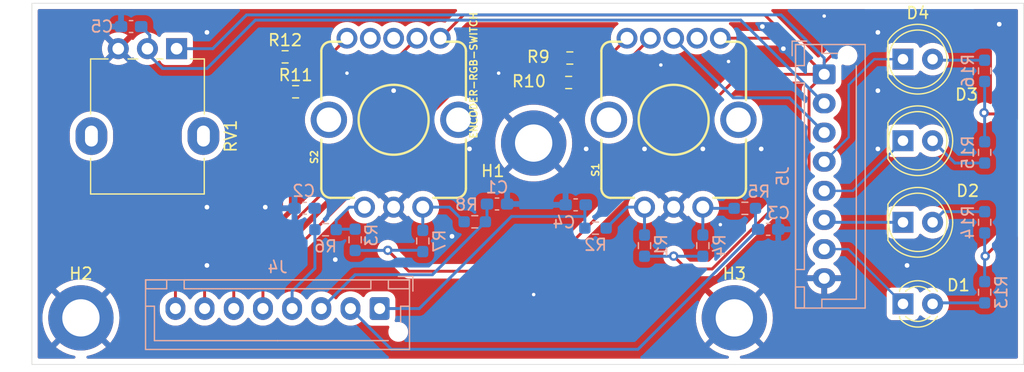
<source format=kicad_pcb>
(kicad_pcb (version 20240108) (generator "pcbnew") (generator_version "8.0")
  (layers (0 "F.Cu" signal) (31 "B.Cu" signal) (34 "B.Paste" user) (35 "F.Paste" user) (36 "B.SilkS" user "B.Silkscreen") (37 "F.SilkS" user "F.Silkscreen") (38 "B.Mask" user) (39 "F.Mask" user) (44 "Edge.Cuts" user))
  (net 0 "")
  (net 1 "GND")
  (net 2 "B Encodeur 2")
  (net 3 "A Encodeur 2")
  (net 4 "B Encodeur 1")
  (net 5 "A Encodeur 1")
  (net 6 "Potar_volume")
  (net 7 "Net-(D1-A)")
  (net 8 "band0")
  (net 9 "Net-(D2-A)")
  (net 10 "band1")
  (net 11 "band2")
  (net 12 "Net-(D3-A)")
  (net 13 "Net-(D4-A)")
  (net 14 "band3")
  (net 15 "TIM3_CH1")
  (net 16 "TIM3_CH2")
  (net 17 "TIM3_CH4")
  (net 18 "TIM3_CH3")
  (net 19 "+3.3V")
  (net 20 "EQ_BAND_BTN")
  (net 21 "Net-(R1-Pad2)")
  (net 22 "Net-(R3-Pad2)")
  (net 23 "Net-(R4-Pad2)")
  (net 24 "Net-(R7-Pad2)")
  (net 25 "Net-(R9-Pad1)")
  (net 26 "Net-(R10-Pad1)")
  (net 27 "Net-(R11-Pad2)")
  (net 28 "Net-(R12-Pad2)")
  (footprint "LED_THT:LED_D5.0mm" (layer "F.Cu") (at 214.6499 44.8)
    (property "Reference" "D4" (at 1.27 -3.96 0) (layer "F.SilkS"))
    (property "Value" "Red")
    (fp_line (start -1.29 -1.545) (end -1.29 1.545) (stroke (width 0.12)) (layer "F.SilkS"))
    (fp_arc (start -1.29 -1.54483) (mid 2.072002 -2.880433) (end 4.26 0.000462) (stroke (width 0.12)) (layer "F.SilkS"))
    (fp_arc (start 4.26 -0.000462) (mid 2.072002 2.880433) (end -1.29 1.54483) (stroke (width 0.12)) (layer "F.SilkS"))
    (fp_circle (center 1.27 0) (end 3.77 0) (stroke (width 0.12)) (fill none) (layer "F.SilkS"))
    (pad "1" thru_hole rect (at 0 0) (size 1.8 1.8) (drill 0.9) (layers "*.Cu" "*.Mask") (net 14 "band3"))
    (pad "2" thru_hole circle (at 2.54 0) (size 1.8 1.8) (drill 0.9) (layers "*.Cu" "*.Mask") (net 13 "Net-(D4-A)"))
  )
  (footprint "WITNS:ENCODER_LED_3" (layer "F.Cu") (at 195 50)
    (property "Reference" "S1" (at -6.7 4.3 90) (layer "F.SilkS") (effects (font (size 0.6096 0.6096) (thickness 0.127))))
    (property "Value" "ENCODER-RGB-SWITCH" (hide yes))
    (fp_line (start -6.1976 -1.69926) (end -6.1976 -5.8928) (stroke (width 0.2032)) (layer "F.SilkS"))
    (fp_line (start -6.1976 1.69926) (end -6.1976 5.8928) (stroke (width 0.2032)) (layer "F.SilkS"))
    (fp_line (start -5.39242 -6.69798) (end -3.8989 -6.69798) (stroke (width 0.2032)) (layer "F.SilkS"))
    (fp_line (start -5.39242 6.69798) (end -3.39852 6.69798) (stroke (width 0.2032)) (layer "F.SilkS"))
    (fp_line (start 5.39242 -6.69798) (end 3.8989 -6.69798) (stroke (width 0.2032)) (layer "F.SilkS"))
    (fp_line (start 5.39242 6.69798) (end 3.39852 6.69798) (stroke (width 0.2032)) (layer "F.SilkS"))
    (fp_line (start 6.1976 -1.69926) (end 6.1976 -5.8928) (stroke (width 0.2032)) (layer "F.SilkS"))
    (fp_line (start 6.1976 1.69926) (end 6.1976 5.8928) (stroke (width 0.2032)) (layer "F.SilkS"))
    (fp_arc (start -6.1976 -5.8928) (mid -5.961768 -6.462148) (end -5.39242 -6.69798) (stroke (width 0.2032)) (layer "F.SilkS"))
    (fp_arc (start -5.39242 6.69798) (mid -5.961768 6.462148) (end -6.1976 5.8928) (stroke (width 0.2032)) (layer "F.SilkS"))
    (fp_arc (start 5.39242 -6.69798) (mid 5.961755 -6.462141) (end 6.1976 -5.8928) (stroke (width 0.2032)) (layer "F.SilkS"))
    (fp_arc (start 6.1976 5.8928) (mid 5.961771 6.462151) (end 5.39242 6.69798) (stroke (width 0.2032)) (layer "F.SilkS"))
    (fp_circle (center 0 0) (end 0 -2.99974) (stroke (width 0.2032)) (fill none) (layer "F.SilkS"))
    (pad "1" thru_hole circle (at -3.99796 -6.9977) (size 1.778 1.778) (drill 1.09982) (layers "*.Cu" "*.Mask") (net 25 "Net-(R9-Pad1)"))
    (pad "2" thru_hole circle (at -1.99898 -6.9977) (size 1.778 1.778) (drill 1.09982) (layers "*.Cu" "*.Mask") (net 26 "Net-(R10-Pad1)"))
    (pad "3" thru_hole circle (at 0 -6.9977) (size 1.778 1.778) (drill 1.09982) (layers "*.Cu" "*.Mask") (net 20 "EQ_BAND_BTN"))
    (pad "4" thru_hole circle (at 1.99898 -6.9977) (size 1.778 1.778) (drill 1.09982) (layers "*.Cu" "*.Mask"))
    (pad "5" thru_hole circle (at 3.99796 -6.9977) (size 1.778 1.778) (drill 1.09982) (layers "*.Cu" "*.Mask") (net 19 "+3.3V"))
    (pad "A" thru_hole circle (at -2.49936 7.49808) (size 1.79832 1.79832) (drill 1.09982) (layers "*.Cu" "*.Mask") (net 21 "Net-(R1-Pad2)"))
    (pad "B" thru_hole circle (at 2.49936 7.49808) (size 1.79832 1.79832) (drill 1.09982) (layers "*.Cu" "*.Mask") (net 23 "Net-(R4-Pad2)"))
    (pad "C" thru_hole circle (at 0 7.49808) (size 1.79832 1.79832) (drill 1.09982) (layers "*.Cu" "*.Mask") (net 1 "GND"))
    (pad "M1" thru_hole circle (at -5.5499 0) (size 3.11404 3.11404) (drill 2.09804) (layers "*.Cu" "*.Mask"))
    (pad "M2" thru_hole circle (at 5.5499 0) (size 3.11404 3.11404) (drill 2.09804) (layers "*.Cu" "*.Mask"))
  )
  (footprint "MountingHole:MountingHole_3.2mm_M3_DIN965_Pad" (layer "F.Cu") (at 144.2 67)
    (property "Reference" "H2" (at 0 -3.8 0) (layer "F.SilkS"))
    (property "Value" "MountingHole_Pad")
    (pad "1" thru_hole circle (at 0 0) (size 5.6 5.6) (drill 3.2) (layers "*.Cu" "*.Mask") (net 1 "GND"))
  )
  (footprint "WITNS:ENCODER_LED_3" (layer "F.Cu") (at 171 50)
    (property "Reference" "S2" (at -6.8 3.2 90) (layer "F.SilkS") (effects (font (size 0.6096 0.6096) (thickness 0.127))))
    (property "Value" "ENCODER-RGB-SWITCH" (at 6.858 -3.81 90) (layer "F.SilkS") (effects (font (size 0.6096 0.6096) (thickness 0.127))))
    (fp_line (start -6.1976 -1.69926) (end -6.1976 -5.8928) (stroke (width 0.2032)) (layer "F.SilkS"))
    (fp_line (start -6.1976 1.69926) (end -6.1976 5.8928) (stroke (width 0.2032)) (layer "F.SilkS"))
    (fp_line (start -5.39242 -6.69798) (end -3.8989 -6.69798) (stroke (width 0.2032)) (layer "F.SilkS"))
    (fp_line (start -5.39242 6.69798) (end -3.39852 6.69798) (stroke (width 0.2032)) (layer "F.SilkS"))
    (fp_line (start 5.39242 -6.69798) (end 3.8989 -6.69798) (stroke (width 0.2032)) (layer "F.SilkS"))
    (fp_line (start 5.39242 6.69798) (end 3.39852 6.69798) (stroke (width 0.2032)) (layer "F.SilkS"))
    (fp_line (start 6.1976 -1.69926) (end 6.1976 -5.8928) (stroke (width 0.2032)) (layer "F.SilkS"))
    (fp_line (start 6.1976 1.69926) (end 6.1976 5.8928) (stroke (width 0.2032)) (layer "F.SilkS"))
    (fp_arc (start -6.1976 -5.8928) (mid -5.961768 -6.462148) (end -5.39242 -6.69798) (stroke (width 0.2032)) (layer "F.SilkS"))
    (fp_arc (start -5.39242 6.69798) (mid -5.961768 6.462148) (end -6.1976 5.8928) (stroke (width 0.2032)) (layer "F.SilkS"))
    (fp_arc (start 5.39242 -6.69798) (mid 5.961755 -6.462141) (end 6.1976 -5.8928) (stroke (width 0.2032)) (layer "F.SilkS"))
    (fp_arc (start 6.1976 5.8928) (mid 5.961771 6.462151) (end 5.39242 6.69798) (stroke (width 0.2032)) (layer "F.SilkS"))
    (fp_circle (center 0 0) (end 0 -2.99974) (stroke (width 0.2032)) (fill none) (layer "F.SilkS"))
    (pad "1" thru_hole circle (at -3.99796 -6.9977) (size 1.778 1.778) (drill 1.09982) (layers "*.Cu" "*.Mask") (net 28 "Net-(R12-Pad2)"))
    (pad "2" thru_hole circle (at -1.99898 -6.9977) (size 1.778 1.778) (drill 1.09982) (layers "*.Cu" "*.Mask"))
    (pad "3" thru_hole circle (at 0 -6.9977) (size 1.778 1.778) (drill 1.09982) (layers "*.Cu" "*.Mask"))
    (pad "4" thru_hole circle (at 1.99898 -6.9977) (size 1.778 1.778) (drill 1.09982) (layers "*.Cu" "*.Mask") (net 27 "Net-(R11-Pad2)"))
    (pad "5" thru_hole circle (at 3.99796 -6.9977) (size 1.778 1.778) (drill 1.09982) (layers "*.Cu" "*.Mask") (net 19 "+3.3V"))
    (pad "A" thru_hole circle (at -2.49936 7.49808) (size 1.79832 1.79832) (drill 1.09982) (layers "*.Cu" "*.Mask") (net 22 "Net-(R3-Pad2)"))
    (pad "B" thru_hole circle (at 2.49936 7.49808) (size 1.79832 1.79832) (drill 1.09982) (layers "*.Cu" "*.Mask") (net 24 "Net-(R7-Pad2)"))
    (pad "C" thru_hole circle (at 0 7.49808) (size 1.79832 1.79832) (drill 1.09982) (layers "*.Cu" "*.Mask") (net 1 "GND"))
    (pad "M1" thru_hole circle (at -5.5499 0) (size 3.11404 3.11404) (drill 2.09804) (layers "*.Cu" "*.Mask"))
    (pad "M2" thru_hole circle (at 5.5499 0) (size 3.11404 3.11404) (drill 2.09804) (layers "*.Cu" "*.Mask"))
  )
  (footprint "LED_THT:LED_D3.0mm" (layer "F.Cu") (at 214.6499 65.8)
    (property "Reference" "D1" (at 4.7501 -1.6 0) (layer "F.SilkS"))
    (property "Value" "Green")
    (fp_line (start -0.29 -1.236) (end -0.29 -1.08) (stroke (width 0.12)) (layer "F.SilkS"))
    (fp_line (start -0.29 1.08) (end -0.29 1.236) (stroke (width 0.12)) (layer "F.SilkS"))
    (fp_arc (start -0.29 -1.235516) (mid 1.366487 -1.987659) (end 2.942335 -1.078608) (stroke (width 0.12)) (layer "F.SilkS"))
    (fp_arc (start 0.229039 -1.08) (mid 1.270117 -1.5) (end 2.31113 -1.079837) (stroke (width 0.12)) (layer "F.SilkS"))
    (fp_arc (start 2.31113 1.079837) (mid 1.270117 1.5) (end 0.229039 1.08) (stroke (width 0.12)) (layer "F.SilkS"))
    (fp_arc (start 2.942335 1.078608) (mid 1.366487 1.987659) (end -0.29 1.235516) (stroke (width 0.12)) (layer "F.SilkS"))
    (pad "1" thru_hole rect (at 0 0) (size 1.8 1.8) (drill 0.9) (layers "*.Cu" "*.Mask") (net 8 "band0"))
    (pad "2" thru_hole circle (at 2.54 0) (size 1.8 1.8) (drill 0.9) (layers "*.Cu" "*.Mask") (net 7 "Net-(D1-A)"))
  )
  (footprint "LED_THT:LED_D5.0mm" (layer "F.Cu") (at 214.6499 58.8)
    (property "Reference" "D2" (at 5.5501 -2.7 0) (layer "F.SilkS"))
    (property "Value" "Yellow")
    (fp_line (start -1.29 -1.545) (end -1.29 1.545) (stroke (width 0.12)) (layer "F.SilkS"))
    (fp_arc (start -1.29 -1.54483) (mid 2.072002 -2.880433) (end 4.26 0.000462) (stroke (width 0.12)) (layer "F.SilkS"))
    (fp_arc (start 4.26 -0.000462) (mid 2.072002 2.880433) (end -1.29 1.54483) (stroke (width 0.12)) (layer "F.SilkS"))
    (fp_circle (center 1.27 0) (end 3.77 0) (stroke (width 0.12)) (fill none) (layer "F.SilkS"))
    (pad "1" thru_hole rect (at 0 0) (size 1.8 1.8) (drill 0.9) (layers "*.Cu" "*.Mask") (net 10 "band1"))
    (pad "2" thru_hole circle (at 2.54 0) (size 1.8 1.8) (drill 0.9) (layers "*.Cu" "*.Mask") (net 9 "Net-(D2-A)"))
  )
  (footprint "Resistor_SMD:R_0603_1608Metric_Pad0.98x0.95mm_HandSolder" (layer "F.Cu") (at 186.1 44.7 180)
    (property "Reference" "R9" (at 2.7 0.1 180) (layer "F.SilkS"))
    (property "Value" "160")
    (fp_line (start -0.254724 0.5225) (end 0.254724 0.5225) (stroke (width 0.12)) (layer "F.SilkS"))
    (fp_line (start -0.254724 -0.5225) (end 0.254724 -0.5225) (stroke (width 0.12)) (layer "F.SilkS"))
    (pad "1" smd roundrect (at -0.9125 0 180) (size 0.975 0.95) (layers "F.Cu" "F.Paste" "F.Mask") (net 25 "Net-(R9-Pad1)"))
    (pad "2" smd roundrect (at 0.9125 0 180) (size 0.975 0.95) (layers "F.Cu" "F.Paste" "F.Mask") (net 16 "TIM3_CH2"))
  )
  (footprint "LED_THT:LED_D5.0mm" (layer "F.Cu") (at 214.6499 51.8)
    (property "Reference" "D3" (at 5.4501 -3.96 0) (layer "F.SilkS"))
    (property "Value" "Orange")
    (fp_line (start -1.29 -1.545) (end -1.29 1.545) (stroke (width 0.12)) (layer "F.SilkS"))
    (fp_arc (start -1.29 -1.54483) (mid 2.072002 -2.880433) (end 4.26 0.000462) (stroke (width 0.12)) (layer "F.SilkS"))
    (fp_arc (start 4.26 -0.000462) (mid 2.072002 2.880433) (end -1.29 1.54483) (stroke (width 0.12)) (layer "F.SilkS"))
    (fp_circle (center 1.27 0) (end 3.77 0) (stroke (width 0.12)) (fill none) (layer "F.SilkS"))
    (pad "1" thru_hole rect (at 0 0) (size 1.8 1.8) (drill 0.9) (layers "*.Cu" "*.Mask") (net 11 "band2"))
    (pad "2" thru_hole circle (at 2.54 0) (size 1.8 1.8) (drill 0.9) (layers "*.Cu" "*.Mask") (net 12 "Net-(D3-A)"))
  )
  (footprint "WITNS:Potentiometer_Alpha_RD901F-40-00D_Single_Vertical" (layer "F.Cu") (at 149.9 51.4 -90)
    (property "Reference" "RV1" (at 0 -7.14 90) (layer "F.SilkS"))
    (property "Value" "B10K")
    (fp_line (start -6.62 4.87) (end -1.9 4.87) (stroke (width 0.12)) (layer "F.SilkS"))
    (fp_line (start -6.62 4.87) (end -6.62 3.38) (stroke (width 0.12)) (layer "F.SilkS"))
    (fp_line (start 1.91 4.87) (end 4.97 4.87) (stroke (width 0.12)) (layer "F.SilkS"))
    (fp_line (start 4.97 4.87) (end 4.97 -4.87) (stroke (width 0.12)) (layer "F.SilkS"))
    (fp_line (start -6.62 1.66) (end -6.62 0.83) (stroke (width 0.12)) (layer "F.SilkS"))
    (fp_line (start -6.62 -0.79) (end -6.62 -1.32) (stroke (width 0.12)) (layer "F.SilkS"))
    (fp_line (start -6.62 -3.69) (end -6.62 -4.87) (stroke (width 0.12)) (layer "F.SilkS"))
    (fp_line (start 1.91 -4.87) (end 4.97 -4.87) (stroke (width 0.12)) (layer "F.SilkS"))
    (fp_line (start -6.62 -4.88) (end -1.9 -4.88) (stroke (width 0.12)) (layer "F.SilkS"))
    (pad "" thru_hole oval (at 0 -4.8) (size 2.72 3.24) (drill oval 1.1 1.8) (layers "*.Cu" "*.Mask"))
    (pad "" thru_hole oval (at 0 4.8) (size 2.72 3.24) (drill oval 1.1 1.8) (layers "*.Cu" "*.Mask"))
    (pad "1" thru_hole rect (at -7.5 -2.5) (size 1.8 1.8) (drill 1) (layers "*.Cu" "*.Mask") (net 19 "+3.3V"))
    (pad "2" thru_hole circle (at -7.5 0) (size 1.8 1.8) (drill 1) (layers "*.Cu" "*.Mask") (net 6 "Potar_volume"))
    (pad "3" thru_hole circle (at -7.5 2.5) (size 1.8 1.8) (drill 1) (layers "*.Cu" "*.Mask") (net 1 "GND"))
  )
  (footprint "MountingHole:MountingHole_3.2mm_M3_DIN965_Pad" (layer "F.Cu") (at 200.2 67)
    (property "Reference" "H3" (at 0 -3.8 0) (layer "F.SilkS"))
    (property "Value" "MountingHole_Pad")
    (pad "1" thru_hole circle (at 0 0) (size 5.6 5.6) (drill 3.2) (layers "*.Cu" "*.Mask") (net 1 "GND"))
  )
  (footprint "Resistor_SMD:R_0603_1608Metric_Pad0.98x0.95mm_HandSolder" (layer "F.Cu") (at 162.6 47.6)
    (property "Reference" "R11" (at 0 -1.43 0) (layer "F.SilkS"))
    (property "Value" "120")
    (fp_line (start -0.254724 -0.5225) (end 0.254724 -0.5225) (stroke (width 0.12)) (layer "F.SilkS"))
    (fp_line (start -0.254724 0.5225) (end 0.254724 0.5225) (stroke (width 0.12)) (layer "F.SilkS"))
    (pad "1" smd roundrect (at -0.9125 0) (size 0.975 0.95) (layers "F.Cu" "F.Paste" "F.Mask") (net 18 "TIM3_CH3"))
    (pad "2" smd roundrect (at 0.9125 0) (size 0.975 0.95) (layers "F.Cu" "F.Paste" "F.Mask") (net 27 "Net-(R11-Pad2)"))
  )
  (footprint "MountingHole:MountingHole_3.2mm_M3_DIN965_Pad" (layer "F.Cu") (at 183 52)
    (property "Reference" "H1" (at -3.5 2.4 0) (layer "F.SilkS"))
    (property "Value" "MountingHole_Pad")
    (pad "1" thru_hole circle (at 0 0) (size 5.6 5.6) (drill 3.2) (layers "*.Cu" "*.Mask") (net 1 "GND"))
  )
  (footprint "Resistor_SMD:R_0603_1608Metric_Pad0.98x0.95mm_HandSolder" (layer "F.Cu") (at 186 46.8 180)
    (property "Reference" "R10" (at 3.4 0.1 180) (layer "F.SilkS"))
    (property "Value" "180")
    (fp_line (start -0.254724 0.5225) (end 0.254724 0.5225) (stroke (width 0.12)) (layer "F.SilkS"))
    (fp_line (start -0.254724 -0.5225) (end 0.254724 -0.5225) (stroke (width 0.12)) (layer "F.SilkS"))
    (pad "1" smd roundrect (at -0.9125 0 180) (size 0.975 0.95) (layers "F.Cu" "F.Paste" "F.Mask") (net 26 "Net-(R10-Pad1)"))
    (pad "2" smd roundrect (at 0.9125 0 180) (size 0.975 0.95) (layers "F.Cu" "F.Paste" "F.Mask") (net 15 "TIM3_CH1"))
  )
  (footprint "Resistor_SMD:R_0603_1608Metric_Pad0.98x0.95mm_HandSolder" (layer "F.Cu") (at 161.7 44.6)
    (property "Reference" "R12" (at 0 -1.43 0) (layer "F.SilkS"))
    (property "Value" "160")
    (fp_line (start -0.254724 -0.5225) (end 0.254724 -0.5225) (stroke (width 0.12)) (layer "F.SilkS"))
    (fp_line (start -0.254724 0.5225) (end 0.254724 0.5225) (stroke (width 0.12)) (layer "F.SilkS"))
    (pad "1" smd roundrect (at -0.9125 0) (size 0.975 0.95) (layers "F.Cu" "F.Paste" "F.Mask") (net 17 "TIM3_CH4"))
    (pad "2" smd roundrect (at 0.9125 0) (size 0.975 0.95) (layers "F.Cu" "F.Paste" "F.Mask") (net 28 "Net-(R12-Pad2)"))
  )
  (footprint "Capacitor_SMD:C_0603_1608Metric_Pad1.08x0.95mm_HandSolder" (layer "B.Cu") (at 179.8625 57.23 180)
    (property "Reference" "C1" (at 0 1.43 180) (layer "B.SilkS") (effects (justify mirror)))
    (property "Value" "10nF")
    (fp_line (start 0.146267 0.51) (end -0.146267 0.51) (stroke (width 0.12)) (layer "B.SilkS"))
    (fp_line (start 0.146267 -0.51) (end -0.146267 -0.51) (stroke (width 0.12)) (layer "B.SilkS"))
    (pad "1" smd roundrect (at -0.8625 0 180) (size 1.075 0.95) (layers "B.Cu" "B.Paste" "B.Mask") (net 1 "GND"))
    (pad "2" smd roundrect (at 0.8625 0 180) (size 1.075 0.95) (layers "B.Cu" "B.Paste" "B.Mask") (net 2 "B Encodeur 2"))
  )
  (footprint "Resistor_SMD:R_0603_1608Metric_Pad0.98x0.95mm_HandSolder" (layer "B.Cu") (at 167.7 60.3 90)
    (property "Reference" "R3" (at 0.4 1.4 -90) (layer "B.SilkS") (effects (justify mirror)))
    (property "Value" "10k")
    (fp_line (start 0.254724 -0.5225) (end -0.254724 -0.5225) (stroke (width 0.12)) (layer "B.SilkS"))
    (fp_line (start 0.254724 0.5225) (end -0.254724 0.5225) (stroke (width 0.12)) (layer "B.SilkS"))
    (pad "1" smd roundrect (at -0.9125 0 90) (size 0.975 0.95) (layers "B.Cu" "B.Paste" "B.Mask") (net 19 "+3.3V"))
    (pad "2" smd roundrect (at 0.9125 0 90) (size 0.975 0.95) (layers "B.Cu" "B.Paste" "B.Mask") (net 22 "Net-(R3-Pad2)"))
  )
  (footprint "Resistor_SMD:R_0603_1608Metric_Pad0.98x0.95mm_HandSolder" (layer "B.Cu") (at 165.1649 59.43473)
    (property "Reference" "R6" (at 0 1.43 0) (layer "B.SilkS") (effects (justify mirror)))
    (property "Value" "10k")
    (fp_line (start 0.254724 -0.5225) (end -0.254724 -0.5225) (stroke (width 0.12)) (layer "B.SilkS"))
    (fp_line (start 0.254724 0.5225) (end -0.254724 0.5225) (stroke (width 0.12)) (layer "B.SilkS"))
    (pad "1" smd roundrect (at -0.9125 0) (size 0.975 0.95) (layers "B.Cu" "B.Paste" "B.Mask") (net 3 "A Encodeur 2"))
    (pad "2" smd roundrect (at 0.9125 0) (size 0.975 0.95) (layers "B.Cu" "B.Paste" "B.Mask") (net 22 "Net-(R3-Pad2)"))
  )
  (footprint "Resistor_SMD:R_0603_1608Metric_Pad0.98x0.95mm_HandSolder" (layer "B.Cu") (at 201.1 57.6 180)
    (property "Reference" "R5" (at -1.2 1.43 180) (layer "B.SilkS") (effects (justify mirror)))
    (property "Value" "10k")
    (fp_line (start 0.254724 0.5225) (end -0.254724 0.5225) (stroke (width 0.12)) (layer "B.SilkS"))
    (fp_line (start 0.254724 -0.5225) (end -0.254724 -0.5225) (stroke (width 0.12)) (layer "B.SilkS"))
    (pad "1" smd roundrect (at -0.9125 0 180) (size 0.975 0.95) (layers "B.Cu" "B.Paste" "B.Mask") (net 4 "B Encodeur 1"))
    (pad "2" smd roundrect (at 0.9125 0 180) (size 0.975 0.95) (layers "B.Cu" "B.Paste" "B.Mask") (net 23 "Net-(R4-Pad2)"))
  )
  (footprint "Resistor_SMD:R_0603_1608Metric_Pad0.98x0.95mm_HandSolder" (layer "B.Cu") (at 221.6499 52.8 -90)
    (property "Reference" "R15" (at 0 1.43 90) (layer "B.SilkS") (effects (justify mirror)))
    (property "Value" "160")
    (fp_line (start 0.254724 0.5225) (end -0.254724 0.5225) (stroke (width 0.12)) (layer "B.SilkS"))
    (fp_line (start 0.254724 -0.5225) (end -0.254724 -0.5225) (stroke (width 0.12)) (layer "B.SilkS"))
    (pad "1" smd roundrect (at -0.9125 0 270) (size 0.975 0.95) (layers "B.Cu" "B.Paste" "B.Mask") (net 19 "+3.3V"))
    (pad "2" smd roundrect (at 0.9125 0 270) (size 0.975 0.95) (layers "B.Cu" "B.Paste" "B.Mask") (net 12 "Net-(D3-A)"))
  )
  (footprint "Resistor_SMD:R_0603_1608Metric_Pad0.98x0.95mm_HandSolder" (layer "B.Cu") (at 192.5 60.8 90)
    (property "Reference" "R1" (at 0 1.43 -90) (layer "B.SilkS") (effects (justify mirror)))
    (property "Value" "10k")
    (fp_line (start 0.254724 -0.5225) (end -0.254724 -0.5225) (stroke (width 0.12)) (layer "B.SilkS"))
    (fp_line (start 0.254724 0.5225) (end -0.254724 0.5225) (stroke (width 0.12)) (layer "B.SilkS"))
    (pad "1" smd roundrect (at -0.9125 0 90) (size 0.975 0.95) (layers "B.Cu" "B.Paste" "B.Mask") (net 19 "+3.3V"))
    (pad "2" smd roundrect (at 0.9125 0 90) (size 0.975 0.95) (layers "B.Cu" "B.Paste" "B.Mask") (net 21 "Net-(R1-Pad2)"))
  )
  (footprint "Capacitor_SMD:C_0603_1608Metric_Pad1.08x0.95mm_HandSolder" (layer "B.Cu") (at 163.3699 57.59473)
    (property "Reference" "C2" (at -0.0699 -1.49473 0) (layer "B.SilkS") (effects (justify mirror)))
    (property "Value" "10nF")
    (fp_line (start 0.146267 -0.51) (end -0.146267 -0.51) (stroke (width 0.12)) (layer "B.SilkS"))
    (fp_line (start 0.146267 0.51) (end -0.146267 0.51) (stroke (width 0.12)) (layer "B.SilkS"))
    (pad "1" smd roundrect (at -0.8625 0) (size 1.075 0.95) (layers "B.Cu" "B.Paste" "B.Mask") (net 1 "GND"))
    (pad "2" smd roundrect (at 0.8625 0) (size 1.075 0.95) (layers "B.Cu" "B.Paste" "B.Mask") (net 3 "A Encodeur 2"))
  )
  (footprint "Resistor_SMD:R_0603_1608Metric_Pad0.98x0.95mm_HandSolder" (layer "B.Cu") (at 177.955 58.755 180)
    (property "Reference" "R8" (at 0.7125 1.475 180) (layer "B.SilkS") (effects (justify mirror)))
    (property "Value" "10k")
    (fp_line (start 0.254724 0.5225) (end -0.254724 0.5225) (stroke (width 0.12)) (layer "B.SilkS"))
    (fp_line (start 0.254724 -0.5225) (end -0.254724 -0.5225) (stroke (width 0.12)) (layer "B.SilkS"))
    (pad "1" smd roundrect (at -0.9125 0 180) (size 0.975 0.95) (layers "B.Cu" "B.Paste" "B.Mask") (net 2 "B Encodeur 2"))
    (pad "2" smd roundrect (at 0.9125 0 180) (size 0.975 0.95) (layers "B.Cu" "B.Paste" "B.Mask") (net 24 "Net-(R7-Pad2)"))
  )
  (footprint "Resistor_SMD:R_0603_1608Metric_Pad0.98x0.95mm_HandSolder" (layer "B.Cu") (at 221.6499 45.8 -90)
    (property "Reference" "R16" (at 0 1.43 90) (layer "B.SilkS") (effects (justify mirror)))
    (property "Value" "160")
    (fp_line (start 0.254724 0.5225) (end -0.254724 0.5225) (stroke (width 0.12)) (layer "B.SilkS"))
    (fp_line (start 0.254724 -0.5225) (end -0.254724 -0.5225) (stroke (width 0.12)) (layer "B.SilkS"))
    (pad "1" smd roundrect (at -0.9125 0 270) (size 0.975 0.95) (layers "B.Cu" "B.Paste" "B.Mask") (net 13 "Net-(D4-A)"))
    (pad "2" smd roundrect (at 0.9125 0 270) (size 0.975 0.95) (layers "B.Cu" "B.Paste" "B.Mask") (net 19 "+3.3V"))
  )
  (footprint "Connector_JST:JST_XH_B8B-XH-AM_1x08_P2.50mm_Vertical" (layer "B.Cu") (at 169.8 66.2 180)
    (property "Reference" "J4" (at 8.75 3.55 180) (layer "B.SilkS") (effects (justify mirror)))
    (property "Value" "Conn_01x08")
    (fp_line (start 20.06 2.46) (end 20.06 -3.51) (stroke (width 0.12)) (layer "B.SilkS"))
    (fp_line (start 20.06 -3.51) (end -2.56 -3.51) (stroke (width 0.12)) (layer "B.SilkS"))
    (fp_line (start 20.05 2.45) (end 20.05 1.7) (stroke (width 0.12)) (layer "B.SilkS"))
    (fp_line (start 20.05 1.7) (end 18.25 1.7) (stroke (width 0.12)) (layer "B.SilkS"))
    (fp_line (start 19.3 0.2) (end 20.05 0.2) (stroke (width 0.12)) (layer "B.SilkS"))
    (fp_line (start 19.3 -2.75) (end 19.3 0.2) (stroke (width 0.12)) (layer "B.SilkS"))
    (fp_line (start 18.25 2.45) (end 20.05 2.45) (stroke (width 0.12)) (layer "B.SilkS"))
    (fp_line (start 18.25 1.7) (end 18.25 2.45) (stroke (width 0.12)) (layer "B.SilkS"))
    (fp_line (start 16.75 2.45) (end 16.75 1.7) (stroke (width 0.12)) (layer "B.SilkS"))
    (fp_line (start 16.75 1.7) (end 0.75 1.7) (stroke (width 0.12)) (layer "B.SilkS"))
    (fp_line (start 8.75 -2.75) (end 19.3 -2.75) (stroke (width 0.12)) (layer "B.SilkS"))
    (fp_line (start 0.75 2.45) (end 16.75 2.45) (stroke (width 0.12)) (layer "B.SilkS"))
    (fp_line (start 0.75 1.7) (end 0.75 2.45) (stroke (width 0.12)) (layer "B.SilkS"))
    (fp_line (start -0.74 -2.75) (end 8.75 -2.75) (stroke (width 0.12)) (layer "B.SilkS"))
    (fp_line (start -0.75 2.45) (end -0.75 1.7) (stroke (width 0.12)) (layer "B.SilkS"))
    (fp_line (start -0.75 1.7) (end -2.55 1.7) (stroke (width 0.12)) (layer "B.SilkS"))
    (fp_line (start -1.8 0.2) (end -2.55 0.2) (stroke (width 0.12)) (layer "B.SilkS"))
    (fp_line (start -1.8 -1.14) (end -1.8 0.2) (stroke (width 0.12)) (layer "B.SilkS"))
    (fp_line (start -2.55 2.45) (end -0.75 2.45) (stroke (width 0.12)) (layer "B.SilkS"))
    (fp_line (start -2.55 1.7) (end -2.55 2.45) (stroke (width 0.12)) (layer "B.SilkS"))
    (fp_line (start -2.56 2.46) (end 20.06 2.46) (stroke (width 0.12)) (layer "B.SilkS"))
    (fp_line (start -2.56 -3.51) (end -2.56 2.46) (stroke (width 0.12)) (layer "B.SilkS"))
    (fp_line (start -2.85 2.75) (end -1.6 2.75) (stroke (width 0.12)) (layer "B.SilkS"))
    (fp_line (start -2.85 1.5) (end -2.85 2.75) (stroke (width 0.12)) (layer "B.SilkS"))
    (pad "" np_thru_hole circle (at -1.6 -2 180) (size 1.2 1.2) (drill 1.2) (layers "*.Cu" "*.Mask"))
    (pad "1" thru_hole roundrect (at 0 0 180) (size 1.7 1.95) (drill 0.95) (layers "*.Cu" "*.Mask") (roundrect_rratio 0.147059) (net 5 "A Encodeur 1"))
    (pad "2" thru_hole oval (at 2.5 0 180) (size 1.7 1.95) (drill 0.95) (layers "*.Cu" "*.Mask") (net 4 "B Encodeur 1"))
    (pad "3" thru_hole oval (at 5 0 180) (size 1.7 1.95) (drill 0.95) (layers "*.Cu" "*.Mask") (net 2 "B Encodeur 2"))
    (pad "4" thru_hole oval (at 7.5 0 180) (size 1.7 1.95) (drill 0.95) (layers "*.Cu" "*.Mask") (net 3 "A Encodeur 2"))
    (pad "5" thru_hole oval (at 10 0 180) (size 1.7 1.95) (drill 0.95) (layers "*.Cu" "*.Mask") (net 15 "TIM3_CH1"))
    (pad "6" thru_hole oval (at 12.5 0 180) (size 1.7 1.95) (drill 0.95) (layers "*.Cu" "*.Mask") (net 16 "TIM3_CH2"))
    (pad "7" thru_hole oval (at 15 0 180) (size 1.7 1.95) (drill 0.95) (layers "*.Cu" "*.Mask") (net 18 "TIM3_CH3"))
    (pad "8" thru_hole oval (at 17.5 0 180) (size 1.7 1.95) (drill 0.95) (layers "*.Cu" "*.Mask") (net 17 "TIM3_CH4"))
  )
  (footprint "Resistor_SMD:R_0603_1608Metric_Pad0.98x0.95mm_HandSolder" (layer "B.Cu") (at 173.5 60.4 90)
    (property "Reference" "R7" (at 0 1.43 -90) (layer "B.SilkS") (effects (justify mirror)))
    (property "Value" "10k")
    (fp_line (start 0.254724 -0.5225) (end -0.254724 -0.5225) (stroke (width 0.12)) (layer "B.SilkS"))
    (fp_line (start 0.254724 0.5225) (end -0.254724 0.5225) (stroke (width 0.12)) (layer "B.SilkS"))
    (pad "1" smd roundrect (at -0.9125 0 90) (size 0.975 0.95) (layers "B.Cu" "B.Paste" "B.Mask") (net 19 "+3.3V"))
    (pad "2" smd roundrect (at 0.9125 0 90) (size 0.975 0.95) (layers "B.Cu" "B.Paste" "B.Mask") (net 24 "Net-(R7-Pad2)"))
  )
  (footprint "Capacitor_SMD:C_0603_1608Metric_Pad1.08x0.95mm_HandSolder" (layer "B.Cu") (at 203.1 59.4 180)
    (property "Reference" "C3" (at -0.9 1.4 180) (layer "B.SilkS") (effects (justify mirror)))
    (property "Value" "10nF")
    (fp_line (start 0.146267 0.51) (end -0.146267 0.51) (stroke (width 0.12)) (layer "B.SilkS"))
    (fp_line (start 0.146267 -0.51) (end -0.146267 -0.51) (stroke (width 0.12)) (layer "B.SilkS"))
    (pad "1" smd roundrect (at -0.8625 0 180) (size 1.075 0.95) (layers "B.Cu" "B.Paste" "B.Mask") (net 1 "GND"))
    (pad "2" smd roundrect (at 0.8625 0 180) (size 1.075 0.95) (layers "B.Cu" "B.Paste" "B.Mask") (net 4 "B Encodeur 1"))
  )
  (footprint "Connector_JST:JST_XH_B8B-XH-AM_1x08_P2.50mm_Vertical" (layer "B.Cu") (at 207.9 46.1 -90)
    (property "Reference" "J5" (at 8.75 3.55 90) (layer "B.SilkS") (effects (justify mirror)))
    (property "Value" "Conn_01x08")
    (fp_line (start -2.85 2.75) (end -1.6 2.75) (stroke (width 0.12)) (layer "B.SilkS"))
    (fp_line (start -2.56 2.46) (end 20.06 2.46) (stroke (width 0.12)) (layer "B.SilkS"))
    (fp_line (start 20.06 2.46) (end 20.06 -3.51) (stroke (width 0.12)) (layer "B.SilkS"))
    (fp_line (start -2.55 2.45) (end -0.75 2.45) (stroke (width 0.12)) (layer "B.SilkS"))
    (fp_line (start -0.75 2.45) (end -0.75 1.7) (stroke (width 0.12)) (layer "B.SilkS"))
    (fp_line (start 0.75 2.45) (end 16.75 2.45) (stroke (width 0.12)) (layer "B.SilkS"))
    (fp_line (start 16.75 2.45) (end 16.75 1.7) (stroke (width 0.12)) (layer "B.SilkS"))
    (fp_line (start 18.25 2.45) (end 20.05 2.45) (stroke (width 0.12)) (layer "B.SilkS"))
    (fp_line (start 20.05 2.45) (end 20.05 1.7) (stroke (width 0.12)) (layer "B.SilkS"))
    (fp_line (start -2.55 1.7) (end -2.55 2.45) (stroke (width 0.12)) (layer "B.SilkS"))
    (fp_line (start -0.75 1.7) (end -2.55 1.7) (stroke (width 0.12)) (layer "B.SilkS"))
    (fp_line (start 0.75 1.7) (end 0.75 2.45) (stroke (width 0.12)) (layer "B.SilkS"))
    (fp_line (start 16.75 1.7) (end 0.75 1.7) (stroke (width 0.12)) (layer "B.SilkS"))
    (fp_line (start 18.25 1.7) (end 18.25 2.45) (stroke (width 0.12)) (layer "B.SilkS"))
    (fp_line (start 20.05 1.7) (end 18.25 1.7) (stroke (width 0.12)) (layer "B.SilkS"))
    (fp_line (start -2.85 1.5) (end -2.85 2.75) (stroke (width 0.12)) (layer "B.SilkS"))
    (fp_line (start -1.8 0.2) (end -2.55 0.2) (stroke (width 0.12)) (layer "B.SilkS"))
    (fp_line (start 19.3 0.2) (end 20.05 0.2) (stroke (width 0.12)) (layer "B.SilkS"))
    (fp_line (start -1.8 -1.14) (end -1.8 0.2) (stroke (width 0.12)) (layer "B.SilkS"))
    (fp_line (start -0.74 -2.75) (end 8.75 -2.75) (stroke (width 0.12)) (layer "B.SilkS"))
    (fp_line (start 8.75 -2.75) (end 19.3 -2.75) (stroke (width 0.12)) (layer "B.SilkS"))
    (fp_line (start 19.3 -2.75) (end 19.3 0.2) (stroke (width 0.12)) (layer "B.SilkS"))
    (fp_line (start -2.56 -3.51) (end -2.56 2.46) (stroke (width 0.12)) (layer "B.SilkS"))
    (fp_line (start 20.06 -3.51) (end -2.56 -3.51) (stroke (width 0.12)) (layer "B.SilkS"))
    (pad "" np_thru_hole circle (at -1.6 -2 270) (size 1.2 1.2) (drill 1.2) (layers "*.Cu" "*.Mask"))
    (pad "1" thru_hole roundrect (at 0 0 270) (size 1.7 1.95) (drill 0.95) (layers "*.Cu" "*.Mask") (roundrect_rratio 0.147059) (net 19 "+3.3V"))
    (pad "2" thru_hole oval (at 2.5 0 270) (size 1.7 1.95) (drill 0.95) (layers "*.Cu" "*.Mask") (net 6 "Potar_volume"))
    (pad "3" thru_hole oval (at 5 0 270) (size 1.7 1.95) (drill 0.95) (layers "*.Cu" "*.Mask") (net 20 "EQ_BAND_BTN"))
    (pad "4" thru_hole oval (at 7.5 0 270) (size 1.7 1.95) (drill 0.95) (layers "*.Cu" "*.Mask") (net 14 "band3"))
    (pad "5" thru_hole oval (at 10 0 270) (size 1.7 1.95) (drill 0.95) (layers "*.Cu" "*.Mask") (net 11 "band2"))
    (pad "6" thru_hole oval (at 12.5 0 270) (size 1.7 1.95) (drill 0.95) (layers "*.Cu" "*.Mask") (net 10 "band1"))
    (pad "7" thru_hole oval (at 15 0 270) (size 1.7 1.95) (drill 0.95) (layers "*.Cu" "*.Mask") (net 8 "band0"))
    (pad "8" thru_hole oval (at 17.5 0 270) (size 1.7 1.95) (drill 0.95) (layers "*.Cu" "*.Mask") (net 1 "GND"))
  )
  (footprint "Resistor_SMD:R_0603_1608Metric_Pad0.98x0.95mm_HandSolder" (layer "B.Cu") (at 221.6499 64.8 90)
    (property "Reference" "R13" (at 0 1.43 -90) (layer "B.SilkS") (effects (justify mirror)))
    (property "Value" "180")
    (fp_line (start 0.254724 -0.5225) (end -0.254724 -0.5225) (stroke (width 0.12)) (layer "B.SilkS"))
    (fp_line (start 0.254724 0.5225) (end -0.254724 0.5225) (stroke (width 0.12)) (layer "B.SilkS"))
    (pad "1" smd roundrect (at -0.9125 0 90) (size 0.975 0.95) (layers "B.Cu" "B.Paste" "B.Mask") (net 7 "Net-(D1-A)"))
    (pad "2" smd roundrect (at 0.9125 0 90) (size 0.975 0.95) (layers "B.Cu" "B.Paste" "B.Mask") (net 19 "+3.3V"))
  )
  (footprint "Resistor_SMD:R_0603_1608Metric_Pad0.98x0.95mm_HandSolder" (layer "B.Cu") (at 197.5 60.8 90)
    (property "Reference" "R4" (at 0 1.43 -90) (layer "B.SilkS") (effects (justify mirror)))
    (property "Value" "10k")
    (fp_line (start 0.254724 -0.5225) (end -0.254724 -0.5225) (stroke (width 0.12)) (layer "B.SilkS"))
    (fp_line (start 0.254724 0.5225) (end -0.254724 0.5225) (stroke (width 0.12)) (layer "B.SilkS"))
    (pad "1" smd roundrect (at -0.9125 0 90) (size 0.975 0.95) (layers "B.Cu" "B.Paste" "B.Mask") (net 19 "+3.3V"))
    (pad "2" smd roundrect (at 0.9125 0 90) (size 0.975 0.95) (layers "B.Cu" "B.Paste" "B.Mask") (net 23 "Net-(R4-Pad2)"))
  )
  (footprint "Resistor_SMD:R_0603_1608Metric_Pad0.98x0.95mm_HandSolder" (layer "B.Cu") (at 221.6499 58.8 -90)
    (property "Reference" "R14" (at 0 1.43 90) (layer "B.SilkS") (effects (justify mirror)))
    (property "Value" "180")
    (fp_line (start 0.254724 0.5225) (end -0.254724 0.5225) (stroke (width 0.12)) (layer "B.SilkS"))
    (fp_line (start 0.254724 -0.5225) (end -0.254724 -0.5225) (stroke (width 0.12)) (layer "B.SilkS"))
    (pad "1" smd roundrect (at -0.9125 0 270) (size 0.975 0.95) (layers "B.Cu" "B.Paste" "B.Mask") (net 9 "Net-(D2-A)"))
    (pad "2" smd roundrect (at 0.9125 0 270) (size 0.975 0.95) (layers "B.Cu" "B.Paste" "B.Mask") (net 19 "+3.3V"))
  )
  (footprint "Capacitor_SMD:C_0603_1608Metric_Pad1.08x0.95mm_HandSolder" (layer "B.Cu") (at 148.5 42)
    (property "Reference" "C5" (at -2.5 0 0) (layer "B.SilkS") (effects (justify mirror)))
    (property "Value" "100nF")
    (fp_line (start 0.146267 -0.51) (end -0.146267 -0.51) (stroke (width 0.12)) (layer "B.SilkS"))
    (fp_line (start 0.146267 0.51) (end -0.146267 0.51) (stroke (width 0.12)) (layer "B.SilkS"))
    (pad "1" smd roundrect (at -0.8625 0) (size 1.075 0.95) (layers "B.Cu" "B.Paste" "B.Mask") (net 1 "GND"))
    (pad "2" smd roundrect (at 0.8625 0) (size 1.075 0.95) (layers "B.Cu" "B.Paste" "B.Mask") (net 6 "Potar_volume"))
  )
  (footprint "Resistor_SMD:R_0603_1608Metric_Pad0.98x0.95mm_HandSolder" (layer "B.Cu") (at 188.3 59.3)
    (property "Reference" "R2" (at 0 1.43 0) (layer "B.SilkS") (effects (justify mirror)))
    (property "Value" "10k")
    (fp_line (start 0.254724 -0.5225) (end -0.254724 -0.5225) (stroke (width 0.12)) (layer "B.SilkS"))
    (fp_line (start 0.254724 0.5225) (end -0.254724 0.5225) (stroke (width 0.12)) (layer "B.SilkS"))
    (pad "1" smd roundrect (at -0.9125 0) (size 0.975 0.95) (layers "B.Cu" "B.Paste" "B.Mask") (net 5 "A Encodeur 1"))
    (pad "2" smd roundrect (at 0.9125 0) (size 0.975 0.95) (layers "B.Cu" "B.Paste" "B.Mask") (net 21 "Net-(R1-Pad2)"))
  )
  (footprint "Capacitor_SMD:C_0603_1608Metric_Pad1.08x0.95mm_HandSolder" (layer "B.Cu") (at 186.6 57.3)
    (property "Reference" "C4" (at -1 1.5 0) (layer "B.SilkS") (effects (justify mirror)))
    (property "Value" "10nF")
    (fp_line (start 0.146267 -0.51) (end -0.146267 -0.51) (stroke (width 0.12)) (layer "B.SilkS"))
    (fp_line (start 0.146267 0.51) (end -0.146267 0.51) (stroke (width 0.12)) (layer "B.SilkS"))
    (pad "1" smd roundrect (at -0.8625 0) (size 1.075 0.95) (layers "B.Cu" "B.Paste" "B.Mask") (net 1 "GND"))
    (pad "2" smd roundrect (at 0.8625 0) (size 1.075 0.95) (layers "B.Cu" "B.Paste" "B.Mask") (net 5 "A Encodeur 1"))
  )
  (gr_line (start 225 40) (end 225 71) (stroke (width 0.05)) (layer "Edge.Cuts"))
  (gr_line (start 140 71) (end 140 40) (stroke (width 0.05)) (layer "Edge.Cuts"))
  (gr_line (start 225 71) (end 140 71) (stroke (width 0.05)) (layer "Edge.Cuts"))
  (gr_line (start 140 40) (end 225 40) (stroke (width 0.05)) (layer "Edge.Cuts"))
  (via (at 207.9 41.1) (size 0.6) (drill 0.3) (layers "F.Cu" "B.Cu") (net 1))
  (via (at 199.7 45) (size 0.6) (drill 0.3) (layers "F.Cu" "B.Cu") (net 1))
  (via (at 155 42.5) (size 0.8) (drill 0.4) (layers "F.Cu" "B.Cu") (net 1))
  (via (at 202.5 52.5) (size 0.8) (drill 0.4) (layers "F.Cu" "B.Cu") (net 1))
  (via (at 183 65) (size 0.6) (drill 0.3) (layers "F.Cu" "B.Cu") (net 1))
  (via (at 192.5 52.5) (size 0.8) (drill 0.4) (layers "F.Cu" "B.Cu") (net 1))
  (via (at 180 46) (size 0.6) (drill 0.3) (layers "F.Cu" "B.Cu") (net 1))
  (via (at 166 62) (size 0.8) (drill 0.4) (layers "F.Cu" "B.Cu") (net 1))
  (via (at 193.9 45.3) (size 0.6) (drill 0.3) (layers "F.Cu" "B.Cu") (net 1))
  (via (at 212.5 47.5) (size 0.8) (drill 0.4) (layers "F.Cu" "B.Cu") (net 1))
  (via (at 197.5 52.5) (size 0.8) (drill 0.4) (layers "F.Cu" "B.Cu") (net 1))
  (via (at 176 60) (size 0.8) (drill 0.4) (layers "F.Cu" "B.Cu") (net 1))
  (via (at 212.5 52.5) (size 0.8) (drill 0.4) (layers "F.Cu" "B.Cu") (net 1))
  (via (at 171 47.5) (size 0.8) (drill 0.4) (layers "F.Cu" "B.Cu") (net 1))
  (via (at 199 59) (size 0.6) (drill 0.3) (layers "F.Cu" "B.Cu") (net 1))
  (via (at 177.5 52.5) (size 0.8) (drill 0.4) (layers "F.Cu" "B.Cu") (net 1))
  (via (at 187.5 52.5) (size 0.8) (drill 0.4) (layers "F.Cu" "B.Cu") (net 1))
  (via (at 160 57.5) (size 0.8) (drill 0.4) (layers "F.Cu" "B.Cu") (net 1))
  (via (at 204.4 43.9) (size 0.8) (drill 0.4) (layers "F.Cu" "B.Cu") (net 1))
  (via (at 222.9 41.8) (size 0.8) (drill 0.4) (layers "F.Cu" "B.Cu") (net 1))
  (via (at 215 62.5) (size 0.8) (drill 0.4) (layers "F.Cu" "B.Cu") (net 1))
  (via (at 155 62.5) (size 0.8) (drill 0.4) (layers "F.Cu" "B.Cu") (net 1))
  (via (at 212.5 42.5) (size 0.8) (drill 0.4) (layers "F.Cu" "B.Cu") (net 1))
  (via (at 167 46) (size 0.6) (drill 0.3) (layers "F.Cu" "B.Cu") (net 1))
  (via (at 202.6 42) (size 0.8) (drill 0.4) (layers "F.Cu" "B.Cu") (net 1))
  (via (at 155 57.5) (size 0.8) (drill 0.4) (layers "F.Cu" "B.Cu") (net 1))
  (segment (start 178.8675 58.755) (end 174.3225 63.3) (width 0.25) (layer "B.Cu") (net 2))
  (segment (start 179 57.23) (end 179 57.97) (width 0.25) (layer "B.Cu") (net 2))
  (segment (start 179 57.97) (end 179 58.6225) (width 0.25) (layer "B.Cu") (net 2))
  (segment (start 167.7 63.3) (end 164.8 66.2) (width 0.25) (layer "B.Cu") (net 2))
  (segment (start 174.3225 63.3) (end 167.7 63.3) (width 0.25) (layer "B.Cu") (net 2))
  (segment (start 179 58.6225) (end 178.8675 58.755) (width 0.25) (layer "B.Cu") (net 2))
  (segment (start 164.2524 62.7476) (end 162.3 64.7) (width 0.25) (layer "B.Cu") (net 3))
  (segment (start 164.2324 57.59473) (end 164.2324 59.41473) (width 0.25) (layer "B.Cu") (net 3))
  (segment (start 164.2324 59.41473) (end 164.2524 59.43473) (width 0.25) (layer "B.Cu") (net 3))
  (segment (start 164.2524 59.43473) (end 164.2524 62.7476) (width 0.25) (layer "B.Cu") (net 3))
  (segment (start 162.3 64.7) (end 162.3 66.2) (width 0.25) (layer "B.Cu") (net 3))
  (segment (start 167.3 66.2) (end 170.8 69.7) (width 0.25) (layer "B.Cu") (net 4))
  (segment (start 202.0125 59.175) (end 202.2375 59.4) (width 0.25) (layer "B.Cu") (net 4))
  (segment (start 191.9375 69.7) (end 202.2375 59.4) (width 0.25) (layer "B.Cu") (net 4))
  (segment (start 202.0125 57.6) (end 202.0125 59.175) (width 0.25) (layer "B.Cu") (net 4))
  (segment (start 170.8 69.7) (end 191.9375 69.7) (width 0.25) (layer "B.Cu") (net 4))
  (segment (start 173.2 66.2) (end 169.8 66.2) (width 0.25) (layer "B.Cu") (net 5))
  (segment (start 187.3875 58.3) (end 187.3875 57.375) (width 0.25) (layer "B.Cu") (net 5))
  (segment (start 187.3875 59.3) (end 187.3875 58.3) (width 0.25) (layer "B.Cu") (net 5))
  (segment (start 187.3875 58.3) (end 181.1 58.3) (width 0.25) (layer "B.Cu") (net 5))
  (segment (start 181.1 58.3) (end 173.2 66.2) (width 0.25) (layer "B.Cu") (net 5))
  (segment (start 187.3875 57.375) (end 187.4625 57.3) (width 0.25) (layer "B.Cu") (net 5))
  (segment (start 149.3625 42) (end 150.1 42.7375) (width 0.25) (layer "B.Cu") (net 6))
  (segment (start 151.2 45.6) (end 149.9 44.3) (width 0.25) (layer "B.Cu") (net 6))
  (segment (start 149.9 44.3) (end 149.9 43.9) (width 0.25) (layer "B.Cu") (net 6))
  (segment (start 155 45.6) (end 151.2 45.6) (width 0.25) (layer "B.Cu") (net 6))
  (segment (start 159.15 41.45) (end 155 45.6) (width 0.25) (layer "B.Cu") (net 6))
  (segment (start 150.1 42.7375) (end 150.1 43.7) (width 0.25) (layer "B.Cu") (net 6))
  (segment (start 150.1 43.7) (end 149.9 43.9) (width 0.25) (layer "B.Cu") (net 6))
  (segment (start 200.75 41.45) (end 159.15 41.45) (width 0.25) (layer "B.Cu") (net 6))
  (segment (start 207.9 48.6) (end 200.75 41.45) (width 0.25) (layer "B.Cu") (net 6))
  (segment (start 217.2774 65.7125) (end 217.1899 65.8) (width 0.25) (layer "B.Cu") (net 7))
  (segment (start 221.6499 65.7125) (end 217.2774 65.7125) (width 0.25) (layer "B.Cu") (net 7))
  (segment (start 207.9 61.1) (end 209.9499 61.1) (width 0.2) (layer "B.Cu") (net 8))
  (segment (start 209.9499 61.1) (end 214.6499 65.8) (width 0.2) (layer "B.Cu") (net 8))
  (segment (start 221.6499 57.8875) (end 218.1024 57.8875) (width 0.25) (layer "B.Cu") (net 9))
  (segment (start 218.1024 57.8875) (end 217.1899 58.8) (width 0.25) (layer "B.Cu") (net 9))
  (segment (start 214.4499 58.6) (end 214.6499 58.8) (width 0.25) (layer "F.Cu") (net 10))
  (segment (start 214.6499 58.8) (end 208.1 58.8) (width 0.25) (layer "B.Cu") (net 10))
  (segment (start 208.1 58.8) (end 207.9 58.6) (width 0.25) (layer "B.Cu") (net 10))
  (segment (start 214.6499 51.8) (end 210.3499 56.1) (width 0.2) (layer "B.Cu") (net 11))
  (segment (start 210.3499 56.1) (end 207.9 56.1) (width 0.2) (layer "B.Cu") (net 11))
  (segment (start 221.6499 53.7125) (end 219.1024 53.7125) (width 0.25) (layer "B.Cu") (net 12))
  (segment (start 219.1024 53.7125) (end 217.1899 51.8) (width 0.25) (layer "B.Cu") (net 12))
  (segment (start 217.2774 44.8875) (end 217.1899 44.8) (width 0.25) (layer "B.Cu") (net 13))
  (segment (start 221.6499 44.8875) (end 217.2774 44.8875) (width 0.25) (layer "B.Cu") (net 13))
  (segment (start 210 47) (end 210 51.5) (width 0.2) (layer "B.Cu") (net 14))
  (segment (start 210 51.5) (end 207.9 53.6) (width 0.2) (layer "B.Cu") (net 14))
  (segment (start 212.2 44.8) (end 210 47) (width 0.2) (layer "B.Cu") (net 14))
  (segment (start 214.6499 44.8) (end 212.2 44.8) (width 0.2) (layer "B.Cu") (net 14))
  (segment (start 159.8 63.9) (end 159.8 66.2) (width 0.25) (layer "F.Cu") (net 15))
  (segment (start 176.9 46.8) (end 159.8 63.9) (width 0.25) (layer "F.Cu") (net 15))
  (segment (start 185.0875 46.8) (end 176.9 46.8) (width 0.25) (layer "F.Cu") (net 15))
  (segment (start 176.5 44.7) (end 185.1875 44.7) (width 0.25) (layer "F.Cu") (net 16))
  (segment (start 157.3 63.9) (end 176.5 44.7) (width 0.25) (layer "F.Cu") (net 16))
  (segment (start 157.3 66.2) (end 157.3 63.9) (width 0.25) (layer "F.Cu") (net 16))
  (segment (start 152.3 64.1) (end 152.3 66.2) (width 0.25) (layer "F.Cu") (net 17))
  (segment (start 160.4 56) (end 152.3 64.1) (width 0.25) (layer "F.Cu") (net 17))
  (segment (start 160.7875 44.6) (end 160.4 44.9875) (width 0.25) (layer "F.Cu") (net 17))
  (segment (start 160.4 44.9875) (end 160.4 56) (width 0.25) (layer "F.Cu") (net 17))
  (segment (start 161.6875 47.6) (end 161.4 47.8875) (width 0.25) (layer "F.Cu") (net 18))
  (segment (start 161.4 47.8875) (end 161.4 57.4) (width 0.25) (layer "F.Cu") (net 18))
  (segment (start 161.4 57.4) (end 154.8 64) (width 0.25) (layer "F.Cu") (net 18))
  (segment (start 154.8 64) (end 154.8 66.2) (width 0.25) (layer "F.Cu") (net 18))
  (segment (start 196.1 62.8) (end 195 61.7) (width 0.25) (layer "F.Cu") (net 19))
  (segment (start 221.9 49.4) (end 222 49.5) (width 0.25) (layer "F.Cu") (net 19))
  (segment (start 221.7 61.7) (end 221.8 61.8) (width 0.25) (layer "F.Cu") (net 19))
  (segment (start 198.3 62.8) (end 196.1 62.8) (width 0.25) (layer "F.Cu") (net 19))
  (segment (start 199.00026 43) (end 198.99796 43.0023) (width 0.25) (layer "F.Cu") (net 19))
  (segment (start 202.8 41) (end 177.00026 41) (width 0.25) (layer "F.Cu") (net 19))
  (segment (start 221.7 61.7) (end 223.9 59.5) (width 0.25) (layer "F.Cu") (net 19))
  (segment (start 222.9 49.5) (end 222.9 43.8) (width 0.25) (layer "F.Cu") (net 19))
  (segment (start 204.8 43) (end 199.00026 43) (width 0.25) (layer "F.Cu") (net 19))
  (segment (start 223.9 59.5) (end 223.9 50.5) (width 0.25) (layer "F.Cu") (net 19))
  (segment (start 207.9 45.1) (end 207.9 46.1) (width 0.25) (layer "F.Cu") (net 19))
  (segment (start 221.6 49.4) (end 221.9 49.4) (width 0.25) (layer "F.Cu") (net 19))
  (segment (start 223.9 50.5) (end 222.9 49.5) (width 0.25) (layer "F.Cu") (net 19))
  (segment (start 207.9 46.1) (end 204.8 43) (width 0.25) (layer "F.Cu") (net 19))
  (segment (start 172.3 63) (end 170.5 61.2) (width 0.25) (layer "F.Cu") (net 19))
  (segment (start 177.00026 41) (end 174.99796 43.0023) (width 0.25) (layer "F.Cu") (net 19))
  (segment (start 206.6 54.5) (end 198.3 62.8) (width 0.25) (layer "F.Cu") (net 19))
  (segment (start 206.6 47.4) (end 206.6 54.5) (width 0.25) (layer "F.Cu") (net 19))
  (segment (start 222.9 43.8) (end 220.3 41.2) (width 0.25) (layer "F.Cu") (net 19))
  (segment (start 222 49.5) (end 221.7 49.5) (width 0.25) (layer "F.Cu") (net 19))
  (segment (start 207.9 46.1) (end 200.7 46.1) (width 0.25) (layer "F.Cu") (net 19))
  (segment (start 222.9 49.5) (end 222 49.5) (width 0.25) (layer "F.Cu") (net 19))
  (segment (start 221.7 49.5) (end 221.6 49.4) (width 0.25) (layer "F.Cu") (net 19))
  (segment (start 200.7 46.1) (end 183.8 63) (width 0.25) (layer "F.Cu") (net 19))
  (segment (start 220.3 41.2) (end 211.8 41.2) (width 0.25) (layer "F.Cu") (net 19))
  (segment (start 211.8 41.2) (end 207.9 45.1) (width 0.25) (layer "F.Cu") (net 19))
  (segment (start 207.9 46.1) (end 206.6 47.4) (width 0.25) (layer "F.Cu") (net 19))
  (segment (start 207.9 46.1) (end 202.8 41) (width 0.25) (layer "F.Cu") (net 19))
  (segment (start 183.8 63) (end 172.3 63) (width 0.25) (layer "F.Cu") (net 19))
  (via (at 221.7 61.7) (size 0.8) (drill 0.4) (layers "F.Cu" "B.Cu") (net 19))
  (via (at 221.6 49.4) (size 0.8) (drill 0.4) (layers "F.Cu" "B.Cu") (net 19))
  (via (at 195 61.7) (size 0.8) (drill 0.4) (layers "F.Cu" "B.Cu") (net 19))
  (via (at 170.5 61.2) (size 0.8) (drill 0.4) (layers "F.Cu" "B.Cu") (net 19))
  (segment (start 167.7 61.2125) (end 170.4875 61.2125) (width 0.25) (layer "B.Cu") (net 19))
  (segment (start 173.5 61.3125) (end 173.3875 61.2) (width 0.25) (layer "B.Cu") (net 19))
  (segment (start 173.3875 61.2) (end 170.5 61.2) (width 0.25) (layer "B.Cu") (net 19))
  (segment (start 221.6499 63.8875) (end 221.6499 61.7501) (width 0.25) (layer "B.Cu") (net 19))
  (segment (start 194.9875 61.7125) (end 195 61.7) (width 0.25) (layer "B.Cu") (net 19))
  (segment (start 221.6499 61.7501) (end 221.7 61.7) (width 0.25) (layer "B.Cu") (net 19))
  (segment (start 221.6 49.4) (end 221.6499 49.3501) (width 0.25) (layer "B.Cu") (net 19))
  (segment (start 207.9 46.1) (end 207.9 44.7) (width 0.25) (layer "B.Cu") (net 19))
  (segment (start 195.0125 61.7125) (end 195 61.7) (width 0.25) (layer "B.Cu") (net 19))
  (segment (start 221.6499 49.4499) (end 221.6499 51.8875) (width 0.25) (layer "B.Cu") (net 19))
  (segment (start 155.5 43.9) (end 152.4 43.9) (width 0.25) (layer "B.Cu") (net 19))
  (segment (start 221.6499 61.6499) (end 221.7 61.7) (width 0.25) (layer "B.Cu") (net 19))
  (segment (start 192.5 61.7125) (end 194.9875 61.7125) (width 0.25) (layer "B.Cu") (net 19))
  (segment (start 170.4875 61.2125) (end 170.5 61.2) (width 0.25) (layer "B.Cu") (net 19))
  (segment (start 158.4 41) (end 155.5 43.9) (width 0.25) (layer "B.Cu") (net 19))
  (segment (start 207.9 44.7) (end 204.2 41) (width 0.25) (layer "B.Cu") (net 19))
  (segment (start 221.6 49.4) (end 221.6499 49.4499) (width 0.25) (layer "B.Cu") (net 19))
  (segment (start 221.6499 59.7125) (end 221.6499 61.6499) (width 0.25) (layer "B.Cu") (net 19))
  (segment (start 204.2 41) (end 158.4 41) (width 0.25) (layer "B.Cu") (net 19))
  (segment (start 197.5 61.7125) (end 195.0125 61.7125) (width 0.25) (layer "B.Cu") (net 19))
  (segment (start 221.6499 49.3501) (end 221.6499 46.7125) (width 0.25) (layer "B.Cu") (net 19))
  (segment (start 207.9 51.1) (end 204.91798 48.11798) (width 0.25) (layer "B.Cu") (net 20))
  (segment (start 200.11568 48.11798) (end 195 43.0023) (width 0.25) (layer "B.Cu") (net 20))
  (segment (start 204.91798 48.11798) (end 200.11568 48.11798) (width 0.25) (layer "B.Cu") (net 20))
  (segment (start 191.01442 57.49808) (end 189.2125 59.3) (width 0.25) (layer "B.Cu") (net 21))
  (segment (start 192.5 57.49872) (end 192.50064 57.49808) (width 0.25) (layer "B.Cu") (net 21))
  (segment (start 192.50064 57.49808) (end 191.01442 57.49808) (width 0.25) (layer "B.Cu") (net 21))
  (segment (start 192.5 59.8875) (end 192.5 57.49872) (width 0.25) (layer "B.Cu") (net 21))
  (segment (start 166.0774 58.6226) (end 167.20192 57.49808) (width 0.25) (layer "B.Cu") (net 22))
  (segment (start 167.7 59.3875) (end 166.12463 59.3875) (width 0.25) (layer "B.Cu") (net 22))
  (segment (start 166.12463 59.3875) (end 166.0774 59.43473) (width 0.25) (layer "B.Cu") (net 22))
  (segment (start 167.20192 57.49808) (end 168.50064 57.49808) (width 0.25) (layer "B.Cu") (net 22))
  (segment (start 166.0774 59.43473) (end 166.0774 58.6226) (width 0.25) (layer "B.Cu") (net 22))
  (segment (start 200.1875 57.6) (end 198.35118 57.6) (width 0.25) (layer "B.Cu") (net 23))
  (segment (start 197.5 57.49872) (end 197.49936 57.49808) (width 0.25) (layer "B.Cu") (net 23))
  (segment (start 197.5 59.8875) (end 197.5 57.49872) (width 0.25) (layer "B.Cu") (net 23))
  (segment (start 177.0425 58.755) (end 175.78558 57.49808) (width 0.25) (layer "B.Cu") (net 24))
  (segment (start 173.5 59.4875) (end 173.5 57.49872) (width 0.25) (layer "B.Cu") (net 24))
  (segment (start 175.78558 57.49808) (end 173.49936 57.49808) (width 0.25) (layer "B.Cu") (net 24))
  (segment (start 173.5 57.49872) (end 173.49936 57.49808) (width 0.25) (layer "B.Cu") (net 24))
  (segment (start 187.0125 44.7) (end 189.30434 44.7) (width 0.25) (layer "F.Cu") (net 25))
  (segment (start 189.30434 44.7) (end 191.00204 43.0023) (width 0.25) (layer "F.Cu") (net 25))
  (segment (start 186.9125 46.8) (end 189.20332 46.8) (width 0.25) (layer "F.Cu") (net 26))
  (segment (start 189.20332 46.8) (end 193.00102 43.0023) (width 0.25) (layer "F.Cu") (net 26))
  (segment (start 163.5125 47.6) (end 168.40128 47.6) (width 0.25) (layer "F.Cu") (net 27))
  (segment (start 168.40128 47.6) (end 172.99898 43.0023) (width 0.25) (layer "F.Cu") (net 27))
  (segment (start 162.6125 44.6) (end 165.40434 44.6) (width 0.25) (layer "F.Cu") (net 28))
  (segment (start 165.40434 44.6) (end 167.00204 43.0023) (width 0.25) (layer "F.Cu") (net 28))
  (zone (net 1) (net_name "GND") (layers "F&B.Cu") (connect_pads (clearance 0.5)) (min_thickness 0.25) (fill yes (thermal_gap 0.5) (thermal_bridge_width 0.5))
    (polygon (pts (xy 140 40) (xy 225 40) (xy 225 71) (xy 140 71)))
  )
)
</source>
